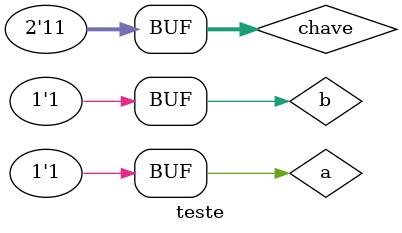
<source format=v>


module LU (output s, input a,input b, input [1:0]chave);

wire tmp1,tmp2,tmp3,tmp4,tmp5,tmp8,tmp9,tmp10,tmp11,tmp12,tmp13,tmp14,tmp15,tmp16;
or OR1(tmp1,a,b);
nor NOR1 (tmp2,a,b);
xor XOR1 (tmp3,a,b);
xnor XNOR1 (tmp4,a,b);
not NOT1(tmp11,chave[1]);
not NOT2(tmp10,chave[0]);
not NOT3(tmp9,chave[1]);
not NOT4(tmp8,chave[0]);

// parte do mux
and AND1(tmp12,tmp1,tmp10,tmp11);
and AND1(tmp13,tmp2,chave[0],tmp9);
and AND1(tmp14,tmp3,chave[1],tmp8);
and AND4(tmp15,tmp4,chave[0],chave[1]);
// parte da saida
or OR2 (s,tmp12,tmp13,tmp14,tmp15);

endmodule

module teste;
       reg a;
		 reg b;
       reg [1:0]chave;
       wire s;

       LU test(s,a,b,chave);


initial begin:main 

$display("Exemplo0034 - Rafael Tadeu - 451609"); 
$display("Test exercicio02's module"); 

a=0;	b=0; chave[0]=0;	chave[1]=0;
$display("\nchave 00 - XNOR , chave 01 - XOR , chave 10 - NOR , chave 11 - OR");

 #1 $monitor("a = %b  b = %b chave = %b saida = %b",a,b,chave, s);
#1a=0;	b=1; chave[0]=0;	chave[1]=1;
#1a=1;	b=0; chave[0]=1;	chave[1]=0;
#1a=1;	b=1; chave[0]=1;	chave[1]=1;
#1a=0;	b=0; chave[0]=0;	chave[1]=0;
#1a=0;	b=1; chave[0]=0;	chave[1]=1;
#1a=1;	b=0; chave[0]=1;	chave[1]=0;
#1a=1;	b=1; chave[0]=1;	chave[1]=1;




end 
endmodule // test_f4 
</source>
